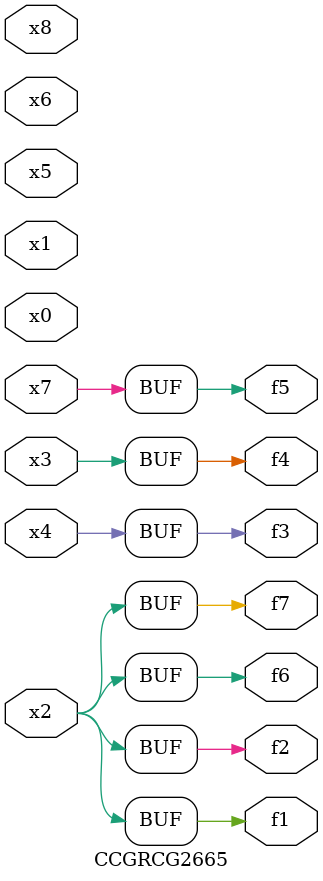
<source format=v>
module CCGRCG2665(
	input x0, x1, x2, x3, x4, x5, x6, x7, x8,
	output f1, f2, f3, f4, f5, f6, f7
);
	assign f1 = x2;
	assign f2 = x2;
	assign f3 = x4;
	assign f4 = x3;
	assign f5 = x7;
	assign f6 = x2;
	assign f7 = x2;
endmodule

</source>
